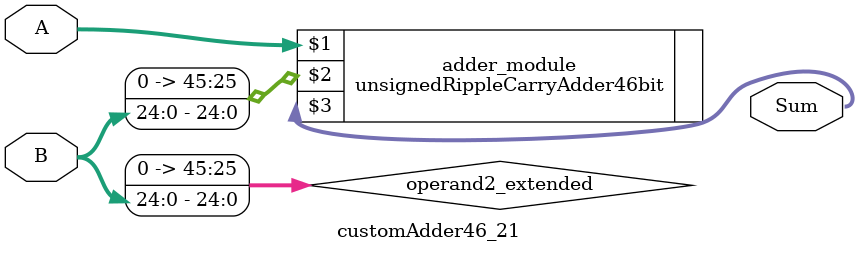
<source format=v>
module customAdder46_21(
                        input [45 : 0] A,
                        input [24 : 0] B,
                        
                        output [46 : 0] Sum
                );

        wire [45 : 0] operand2_extended;
        
        assign operand2_extended =  {21'b0, B};
        
        unsignedRippleCarryAdder46bit adder_module(
            A,
            operand2_extended,
            Sum
        );
        
        endmodule
        
</source>
